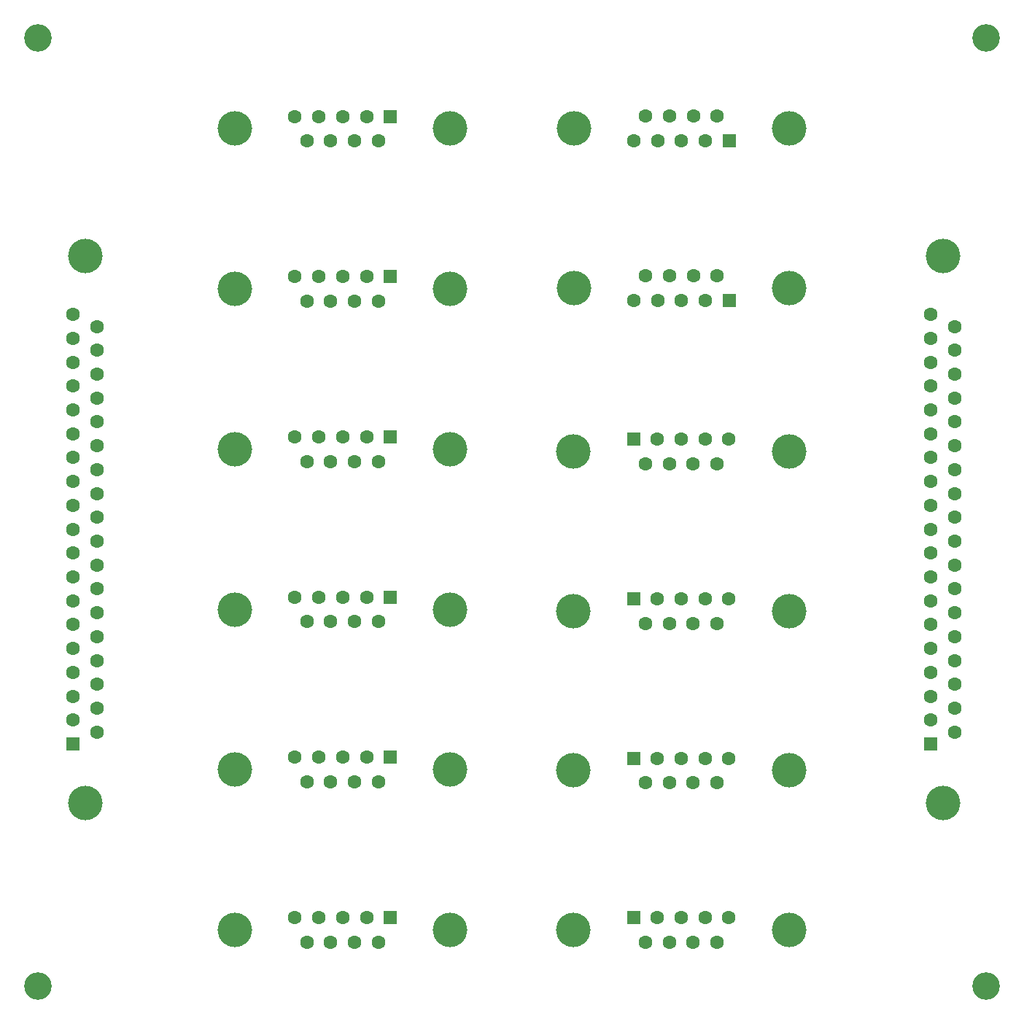
<source format=gbr>
%TF.GenerationSoftware,KiCad,Pcbnew,7.0.9*%
%TF.CreationDate,2023-12-19T17:39:46-08:00*%
%TF.ProjectId,Interconnect Board,496e7465-7263-46f6-9e6e-65637420426f,v0.1*%
%TF.SameCoordinates,Original*%
%TF.FileFunction,Soldermask,Bot*%
%TF.FilePolarity,Negative*%
%FSLAX46Y46*%
G04 Gerber Fmt 4.6, Leading zero omitted, Abs format (unit mm)*
G04 Created by KiCad (PCBNEW 7.0.9) date 2023-12-19 17:39:46*
%MOMM*%
%LPD*%
G01*
G04 APERTURE LIST*
%ADD10C,4.000000*%
%ADD11R,1.600000X1.600000*%
%ADD12C,1.600000*%
%ADD13C,3.200000*%
G04 APERTURE END LIST*
D10*
%TO.C,SkyView_1*%
X168732100Y-74620800D03*
X193732100Y-74620800D03*
D11*
X175692100Y-73200800D03*
D12*
X178462100Y-73200800D03*
X181232100Y-73200800D03*
X184002100Y-73200800D03*
X186772100Y-73200800D03*
X177077100Y-76040800D03*
X179847100Y-76040800D03*
X182617100Y-76040800D03*
X185387100Y-76040800D03*
%TD*%
D13*
%TO.C,MountingHole_3*%
X216582000Y-136649100D03*
%TD*%
D10*
%TO.C,Serial_5_GPS1*%
X129431900Y-37149100D03*
X154431900Y-37149100D03*
D11*
X147471900Y-35729100D03*
D12*
X144701900Y-35729100D03*
X141931900Y-35729100D03*
X139161900Y-35729100D03*
X136391900Y-35729100D03*
X146086900Y-38569100D03*
X143316900Y-38569100D03*
X140546900Y-38569100D03*
X137776900Y-38569100D03*
%TD*%
D13*
%TO.C,MountingHole_1*%
X106582000Y-26649100D03*
%TD*%
D10*
%TO.C,Serial_2_XPNDR1*%
X129431900Y-92949100D03*
X154431900Y-92949100D03*
D11*
X147471900Y-91529100D03*
D12*
X144701900Y-91529100D03*
X141931900Y-91529100D03*
X139161900Y-91529100D03*
X136391900Y-91529100D03*
X146086900Y-94369100D03*
X143316900Y-94369100D03*
X140546900Y-94369100D03*
X137776900Y-94369100D03*
%TD*%
D10*
%TO.C,Serial_3_VPX1*%
X129431900Y-74349100D03*
X154431900Y-74349100D03*
D11*
X147471900Y-72929100D03*
D12*
X144701900Y-72929100D03*
X141931900Y-72929100D03*
X139161900Y-72929100D03*
X136391900Y-72929100D03*
X146086900Y-75769100D03*
X143316900Y-75769100D03*
X140546900Y-75769100D03*
X137776900Y-75769100D03*
%TD*%
D10*
%TO.C,SV-Net_AP_Roll_1*%
X193752100Y-55645500D03*
X168752100Y-55645500D03*
D11*
X186792100Y-57065500D03*
D12*
X184022100Y-57065500D03*
X181252100Y-57065500D03*
X178482100Y-57065500D03*
X175712100Y-57065500D03*
X185407100Y-54225500D03*
X182637100Y-54225500D03*
X179867100Y-54225500D03*
X177097100Y-54225500D03*
%TD*%
D10*
%TO.C,Dimmer_and_Audio_Output1*%
X129431900Y-130149200D03*
X154431900Y-130149200D03*
D11*
X147471900Y-128729200D03*
D12*
X144701900Y-128729200D03*
X141931900Y-128729200D03*
X139161900Y-128729200D03*
X136391900Y-128729200D03*
X146086900Y-131569200D03*
X143316900Y-131569200D03*
X140546900Y-131569200D03*
X137776900Y-131569200D03*
%TD*%
D10*
%TO.C,Serial_4_ELT1*%
X129431900Y-55749100D03*
X154431900Y-55749100D03*
D11*
X147471900Y-54329100D03*
D12*
X144701900Y-54329100D03*
X141931900Y-54329100D03*
X139161900Y-54329100D03*
X136391900Y-54329100D03*
X146086900Y-57169100D03*
X143316900Y-57169100D03*
X140546900Y-57169100D03*
X137776900Y-57169100D03*
%TD*%
D13*
%TO.C,MountingHole_4*%
X216582000Y-26649100D03*
%TD*%
D10*
%TO.C,Main_2_MFD1*%
X211601700Y-115394100D03*
X211601700Y-51894100D03*
D11*
X210181700Y-108574100D03*
D12*
X210181700Y-105804100D03*
X210181700Y-103034100D03*
X210181700Y-100264100D03*
X210181700Y-97494100D03*
X210181700Y-94724100D03*
X210181700Y-91954100D03*
X210181700Y-89184100D03*
X210181700Y-86414100D03*
X210181700Y-83644100D03*
X210181700Y-80874100D03*
X210181700Y-78104100D03*
X210181700Y-75334100D03*
X210181700Y-72564100D03*
X210181700Y-69794100D03*
X210181700Y-67024100D03*
X210181700Y-64254100D03*
X210181700Y-61484100D03*
X210181700Y-58714100D03*
X213021700Y-107189100D03*
X213021700Y-104419100D03*
X213021700Y-101649100D03*
X213021700Y-98879100D03*
X213021700Y-96109100D03*
X213021700Y-93339100D03*
X213021700Y-90569100D03*
X213021700Y-87799100D03*
X213021700Y-85029100D03*
X213021700Y-82259100D03*
X213021700Y-79489100D03*
X213021700Y-76719100D03*
X213021700Y-73949100D03*
X213021700Y-71179100D03*
X213021700Y-68409100D03*
X213021700Y-65639100D03*
X213021700Y-62869100D03*
X213021700Y-60099100D03*
%TD*%
D10*
%TO.C,SkyView_2*%
X168732100Y-93136800D03*
X193732100Y-93136800D03*
D11*
X175692100Y-91716800D03*
D12*
X178462100Y-91716800D03*
X181232100Y-91716800D03*
X184002100Y-91716800D03*
X186772100Y-91716800D03*
X177077100Y-94556800D03*
X179847100Y-94556800D03*
X182617100Y-94556800D03*
X185387100Y-94556800D03*
%TD*%
D10*
%TO.C,Main_1_PFD1*%
X112021700Y-115394100D03*
X112021700Y-51894100D03*
D11*
X110601700Y-108574100D03*
D12*
X110601700Y-105804100D03*
X110601700Y-103034100D03*
X110601700Y-100264100D03*
X110601700Y-97494100D03*
X110601700Y-94724100D03*
X110601700Y-91954100D03*
X110601700Y-89184100D03*
X110601700Y-86414100D03*
X110601700Y-83644100D03*
X110601700Y-80874100D03*
X110601700Y-78104100D03*
X110601700Y-75334100D03*
X110601700Y-72564100D03*
X110601700Y-69794100D03*
X110601700Y-67024100D03*
X110601700Y-64254100D03*
X110601700Y-61484100D03*
X110601700Y-58714100D03*
X113441700Y-107189100D03*
X113441700Y-104419100D03*
X113441700Y-101649100D03*
X113441700Y-98879100D03*
X113441700Y-96109100D03*
X113441700Y-93339100D03*
X113441700Y-90569100D03*
X113441700Y-87799100D03*
X113441700Y-85029100D03*
X113441700Y-82259100D03*
X113441700Y-79489100D03*
X113441700Y-76719100D03*
X113441700Y-73949100D03*
X113441700Y-71179100D03*
X113441700Y-68409100D03*
X113441700Y-65639100D03*
X113441700Y-62869100D03*
X113441700Y-60099100D03*
%TD*%
D10*
%TO.C,Serial_1_ADSB1*%
X129431900Y-111549200D03*
X154431900Y-111549200D03*
D11*
X147471900Y-110129200D03*
D12*
X144701900Y-110129200D03*
X141931900Y-110129200D03*
X139161900Y-110129200D03*
X136391900Y-110129200D03*
X146086900Y-112969200D03*
X143316900Y-112969200D03*
X140546900Y-112969200D03*
X137776900Y-112969200D03*
%TD*%
D13*
%TO.C,MountingHole_2*%
X106582000Y-136649100D03*
%TD*%
D10*
%TO.C,SkyView_3*%
X168732100Y-111652800D03*
X193732100Y-111652800D03*
D11*
X175692100Y-110232800D03*
D12*
X178462100Y-110232800D03*
X181232100Y-110232800D03*
X184002100Y-110232800D03*
X186772100Y-110232800D03*
X177077100Y-113072800D03*
X179847100Y-113072800D03*
X182617100Y-113072800D03*
X185387100Y-113072800D03*
%TD*%
D10*
%TO.C,SV-Net_AP_Pitch_1*%
X193752100Y-37129500D03*
X168752100Y-37129500D03*
D11*
X186792100Y-38549500D03*
D12*
X184022100Y-38549500D03*
X181252100Y-38549500D03*
X178482100Y-38549500D03*
X175712100Y-38549500D03*
X185407100Y-35709500D03*
X182637100Y-35709500D03*
X179867100Y-35709500D03*
X177097100Y-35709500D03*
%TD*%
D10*
%TO.C,power_input_1*%
X168732100Y-130168800D03*
X193732100Y-130168800D03*
D11*
X175692100Y-128748800D03*
D12*
X178462100Y-128748800D03*
X181232100Y-128748800D03*
X184002100Y-128748800D03*
X186772100Y-128748800D03*
X177077100Y-131588800D03*
X179847100Y-131588800D03*
X182617100Y-131588800D03*
X185387100Y-131588800D03*
%TD*%
M02*

</source>
